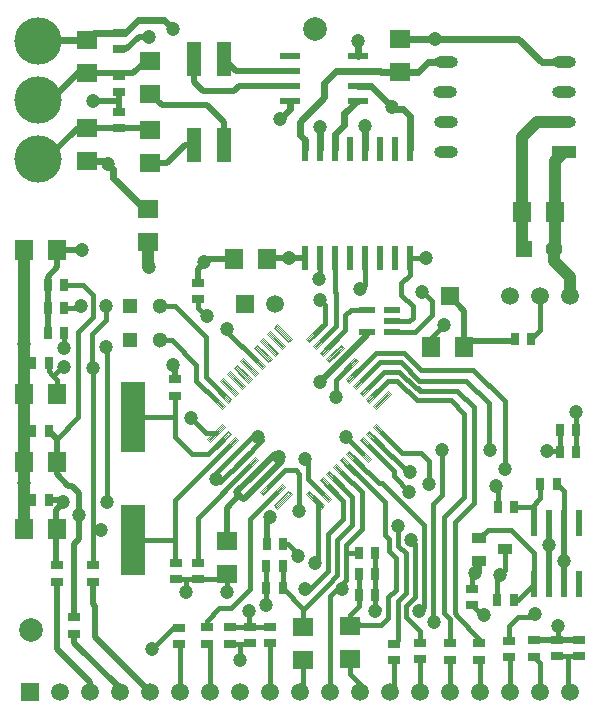
<source format=gtl>
%FSLAX43Y43*%
%MOMM*%
G71*
G01*
G75*
G04 Layer_Physical_Order=1*
%ADD10R,1.000X0.800*%
%ADD11R,0.800X1.000*%
%ADD12R,1.800X1.600*%
%ADD13R,2.000X6.000*%
%ADD14R,1.600X1.800*%
%ADD15R,1.300X0.850*%
%ADD16R,1.200X2.850*%
%ADD17O,2.000X1.000*%
%ADD18R,2.000X1.000*%
%ADD19C,0.125*%
%ADD20R,1.700X0.600*%
%ADD21R,1.700X0.600*%
%ADD22R,0.600X2.200*%
%ADD23R,0.600X2.200*%
%ADD24R,1.450X0.550*%
%ADD25R,1.450X0.550*%
%ADD26R,0.600X2.150*%
%ADD27R,0.600X2.150*%
%ADD28C,0.500*%
%ADD29C,0.400*%
%ADD30C,0.600*%
%ADD31C,1.000*%
%ADD32C,1.500*%
%ADD33C,2.000*%
%ADD34R,1.500X1.500*%
%ADD35R,1.300X1.300*%
%ADD36C,1.300*%
%ADD37C,4.000*%
%ADD38C,1.400*%
%ADD39R,1.400X1.400*%
%ADD40C,1.200*%
D10*
X42675Y11425D02*
D03*
Y10025D02*
D03*
X22425Y12625D02*
D03*
Y11225D02*
D03*
X39575Y15850D02*
D03*
Y14450D02*
D03*
X20750Y11225D02*
D03*
Y12625D02*
D03*
X7425Y17850D02*
D03*
Y16450D02*
D03*
X48625Y10125D02*
D03*
Y11525D02*
D03*
X16375Y41750D02*
D03*
Y40350D02*
D03*
X9650Y57875D02*
D03*
Y59275D02*
D03*
Y54825D02*
D03*
X9675Y61525D02*
D03*
Y62925D02*
D03*
X9650Y56225D02*
D03*
X4375Y17850D02*
D03*
Y16450D02*
D03*
X5875Y13425D02*
D03*
Y12025D02*
D03*
X14425Y32200D02*
D03*
Y33600D02*
D03*
X14475Y16650D02*
D03*
Y18050D02*
D03*
X16325Y16650D02*
D03*
Y18050D02*
D03*
X14775Y11125D02*
D03*
Y12525D02*
D03*
X17075Y12575D02*
D03*
Y11175D02*
D03*
X37650Y11225D02*
D03*
Y9825D02*
D03*
X40175D02*
D03*
Y11225D02*
D03*
X35125Y11275D02*
D03*
Y9875D02*
D03*
X19100Y12575D02*
D03*
Y11175D02*
D03*
X32925Y11175D02*
D03*
Y9775D02*
D03*
X44800Y10075D02*
D03*
Y11475D02*
D03*
X46750Y10125D02*
D03*
Y11525D02*
D03*
D11*
X22125Y17800D02*
D03*
X23525D02*
D03*
X41725Y22800D02*
D03*
X43125D02*
D03*
X43075Y14900D02*
D03*
X41675D02*
D03*
X46750Y24700D02*
D03*
X45350D02*
D03*
X44575Y37025D02*
D03*
X43175D02*
D03*
X3725Y23375D02*
D03*
X2325D02*
D03*
Y29225D02*
D03*
X3725D02*
D03*
X3700Y35000D02*
D03*
X2300D02*
D03*
X5025Y37525D02*
D03*
X3625D02*
D03*
X5025Y41550D02*
D03*
X3625D02*
D03*
X5025Y39575D02*
D03*
X3625D02*
D03*
X31350Y15350D02*
D03*
X29950D02*
D03*
Y18875D02*
D03*
X31350D02*
D03*
X22175Y19600D02*
D03*
X23575D02*
D03*
X22125Y15950D02*
D03*
X23525D02*
D03*
X48375Y27450D02*
D03*
X46975D02*
D03*
X47000Y29275D02*
D03*
X48400D02*
D03*
X29950Y17100D02*
D03*
X31350D02*
D03*
D12*
X18807Y19913D02*
D03*
X18807Y17113D02*
D03*
X33432Y62388D02*
D03*
X33432Y59588D02*
D03*
X12257Y51863D02*
D03*
X12257Y54663D02*
D03*
X12307Y60563D02*
D03*
X12307Y57763D02*
D03*
X12157Y47963D02*
D03*
X12157Y45163D02*
D03*
X6943Y54887D02*
D03*
X6943Y52087D02*
D03*
X6957Y59538D02*
D03*
X6957Y62338D02*
D03*
X25268Y12637D02*
D03*
X25268Y9837D02*
D03*
X29218Y12687D02*
D03*
X29218Y9887D02*
D03*
D13*
X10825Y30400D02*
D03*
Y20000D02*
D03*
D14*
X19412Y43757D02*
D03*
X22212Y43757D02*
D03*
X36112Y36332D02*
D03*
X38912Y36332D02*
D03*
X4438Y44543D02*
D03*
X1638Y44543D02*
D03*
X43762Y47732D02*
D03*
X46562Y47732D02*
D03*
X1630Y32309D02*
D03*
X4430D02*
D03*
X1605Y26614D02*
D03*
X4405Y26614D02*
D03*
X1605Y20944D02*
D03*
X4405D02*
D03*
D15*
X42348Y19173D02*
D03*
X40148Y18223D02*
D03*
X40148Y20123D02*
D03*
D16*
X16025Y53375D02*
D03*
X18525D02*
D03*
X18525Y60725D02*
D03*
X16025D02*
D03*
D17*
X37343Y52807D02*
D03*
X47343Y55357D02*
D03*
X47343Y57882D02*
D03*
X47343Y60432D02*
D03*
X37343Y60432D02*
D03*
X37293Y57882D02*
D03*
X37343Y55357D02*
D03*
D18*
X47343Y52807D02*
D03*
D19*
X30433Y26288D02*
X30168Y26023D01*
X28913Y27278D01*
X29178Y27544D01*
X30433Y26288D01*
X30286D02*
X30168Y26171D01*
X29060Y27278D01*
X29178Y27396D01*
X30286Y26288D01*
X30162Y26312D02*
X29184Y27255D01*
X24281Y36966D02*
X24016Y36701D01*
X22761Y37956D01*
X23026Y38221D01*
X24281Y36966D01*
X24134D02*
X24016Y36848D01*
X22908Y37956D01*
X23026Y38074D01*
X24134Y36966D01*
X24010Y36989D02*
X23032Y37932D01*
X23716Y36400D02*
X23450Y36135D01*
X22195Y37390D01*
X22460Y37655D01*
X23716Y36400D01*
X23568D02*
X23450Y36282D01*
X22343Y37390D01*
X22460Y37508D01*
X23568Y36400D01*
X23445Y36424D02*
X22466Y37366D01*
X23150Y35834D02*
X22885Y35569D01*
X21630Y36824D01*
X21895Y37089D01*
X23150Y35834D01*
X23003D02*
X22885Y35717D01*
X21777Y36824D01*
X21895Y36942D01*
X23003Y35834D01*
X22879Y35858D02*
X21901Y36801D01*
X22584Y35269D02*
X22319Y35004D01*
X21064Y36259D01*
X21329Y36524D01*
X22584Y35269D01*
X22437D02*
X22319Y35151D01*
X21211Y36259D01*
X21329Y36376D01*
X22437Y35269D01*
X22313Y35292D02*
X21335Y36235D01*
X22019Y34703D02*
X21753Y34438D01*
X20498Y35693D01*
X20763Y35958D01*
X22019Y34703D01*
X21871D02*
X21753Y34585D01*
X20646Y35693D01*
X20763Y35811D01*
X21871Y34703D01*
X21748Y34727D02*
X20769Y35669D01*
X21453Y34137D02*
X21188Y33872D01*
X19933Y35127D01*
X20198Y35392D01*
X21453Y34137D01*
X21306D02*
X21188Y34019D01*
X20080Y35127D01*
X20198Y35245D01*
X21306Y34137D01*
X21182Y34161D02*
X20203Y35104D01*
X20887Y33572D02*
X20622Y33306D01*
X19367Y34562D01*
X19632Y34827D01*
X20887Y33572D01*
X20740D02*
X20622Y33454D01*
X19514Y34562D01*
X19632Y34679D01*
X20740Y33572D01*
X20616Y33595D02*
X19638Y34538D01*
X20321Y33006D02*
X20056Y32741D01*
X18801Y33996D01*
X19066Y34261D01*
X20321Y33006D01*
X20174D02*
X20056Y32888D01*
X18949Y33996D01*
X19066Y34114D01*
X20174Y33006D01*
X20051Y33030D02*
X19072Y33972D01*
X19756Y32440D02*
X19491Y32175D01*
X18236Y33430D01*
X18501Y33695D01*
X19756Y32440D01*
X19608D02*
X19491Y32322D01*
X18383Y33430D01*
X18501Y33548D01*
X19608Y32440D01*
X19485Y32464D02*
X18506Y33407D01*
X19190Y31875D02*
X18925Y31609D01*
X17670Y32865D01*
X17935Y33130D01*
X19190Y31875D01*
X19043D02*
X18925Y31757D01*
X17817Y32865D01*
X17935Y32982D01*
X19043Y31875D01*
X18919Y31898D02*
X17941Y32841D01*
X18624Y31309D02*
X18359Y31044D01*
X17104Y32299D01*
X17369Y32564D01*
X18624Y31309D01*
X18477D02*
X18359Y31191D01*
X17251Y32299D01*
X17369Y32417D01*
X18477Y31309D01*
X18354Y31333D02*
X17375Y32275D01*
X31441Y31044D02*
X31176Y31309D01*
X32431Y32564D01*
X32696Y32299D01*
X31441Y31044D01*
Y31191D02*
X31323Y31309D01*
X32431Y32417D01*
X32549Y32299D01*
X31441Y31191D01*
X31464Y31315D02*
X32407Y32293D01*
X30875Y31609D02*
X30610Y31875D01*
X31865Y33130D01*
X32130Y32865D01*
X30875Y31609D01*
Y31757D02*
X30757Y31875D01*
X31865Y32982D01*
X31983Y32865D01*
X30875Y31757D01*
X30899Y31880D02*
X31841Y32859D01*
X30309Y32175D02*
X30044Y32440D01*
X31299Y33695D01*
X31565Y33430D01*
X30309Y32175D01*
Y32322D02*
X30192Y32440D01*
X31299Y33548D01*
X31417Y33430D01*
X30309Y32322D01*
X30333Y32446D02*
X31276Y33424D01*
X29744Y32741D02*
X29479Y33006D01*
X30734Y34261D01*
X30999Y33996D01*
X29744Y32741D01*
Y32888D02*
X29626Y33006D01*
X30734Y34114D01*
X30851Y33996D01*
X29744Y32888D01*
X29767Y33012D02*
X30710Y33990D01*
X29178Y33306D02*
X28913Y33572D01*
X30168Y34827D01*
X30433Y34562D01*
X29178Y33306D01*
Y33454D02*
X29060Y33572D01*
X30168Y34679D01*
X30286Y34562D01*
X29178Y33454D01*
X29202Y33577D02*
X30144Y34556D01*
X28612Y33872D02*
X28347Y34137D01*
X29602Y35392D01*
X29867Y35127D01*
X28612Y33872D01*
Y34019D02*
X28494Y34137D01*
X29602Y35245D01*
X29720Y35127D01*
X28612Y34019D01*
X28636Y34143D02*
X29579Y35122D01*
X28047Y34438D02*
X27781Y34703D01*
X29037Y35958D01*
X29302Y35693D01*
X28047Y34438D01*
Y34585D02*
X27929Y34703D01*
X29037Y35811D01*
X29154Y35693D01*
X28047Y34585D01*
X28070Y34709D02*
X29013Y35687D01*
X27481Y35004D02*
X27216Y35269D01*
X28471Y36524D01*
X28736Y36259D01*
X27481Y35004D01*
Y35151D02*
X27363Y35269D01*
X28471Y36376D01*
X28589Y36259D01*
X27481Y35151D01*
X27505Y35274D02*
X28447Y36253D01*
X26915Y35569D02*
X26650Y35834D01*
X27905Y37089D01*
X28170Y36824D01*
X26915Y35569D01*
Y35717D02*
X26797Y35834D01*
X27905Y36942D01*
X28023Y36824D01*
X26915Y35717D01*
X26939Y35840D02*
X27882Y36819D01*
X26350Y36135D02*
X26084Y36400D01*
X27340Y37655D01*
X27605Y37390D01*
X26350Y36135D01*
Y36282D02*
X26232Y36400D01*
X27340Y37508D01*
X27457Y37390D01*
X26350Y36282D01*
X26373Y36406D02*
X27316Y37384D01*
X25784Y36701D02*
X25519Y36966D01*
X26774Y38221D01*
X27039Y37956D01*
X25784Y36701D01*
Y36848D02*
X25666Y36966D01*
X26774Y38074D01*
X26892Y37956D01*
X25784Y36848D01*
X25808Y36971D02*
X26750Y37950D01*
X32696Y28551D02*
X32431Y28286D01*
X31176Y29541D01*
X31441Y29806D01*
X32696Y28551D01*
X32549D02*
X32431Y28433D01*
X31323Y29541D01*
X31441Y29659D01*
X32549Y28551D01*
X32425Y28575D02*
X31446Y29517D01*
X32130Y27985D02*
X31865Y27720D01*
X30610Y28975D01*
X30875Y29241D01*
X32130Y27985D01*
X31983D02*
X31865Y27868D01*
X30757Y28975D01*
X30875Y29093D01*
X31983Y27985D01*
X31859Y28009D02*
X30881Y28952D01*
X31564Y27420D02*
X31299Y27155D01*
X30044Y28410D01*
X30309Y28675D01*
X31564Y27420D01*
X31417D02*
X31299Y27302D01*
X30191Y28410D01*
X30309Y28528D01*
X31417Y27420D01*
X31294Y27444D02*
X30315Y28386D01*
X30999Y26854D02*
X30734Y26589D01*
X29479Y27844D01*
X29744Y28109D01*
X30999Y26854D01*
X30852D02*
X30734Y26736D01*
X29626Y27844D01*
X29744Y27962D01*
X30852Y26854D01*
X30728Y26878D02*
X29749Y27820D01*
X28736Y24591D02*
X28471Y24326D01*
X27216Y25581D01*
X27481Y25846D01*
X28736Y24591D01*
X28589D02*
X28471Y24473D01*
X27363Y25581D01*
X27481Y25699D01*
X28589Y24591D01*
X28465Y24615D02*
X27487Y25558D01*
X28170Y24026D02*
X27905Y23761D01*
X26650Y25016D01*
X26915Y25281D01*
X28170Y24026D01*
X28023D02*
X27905Y23908D01*
X26797Y25016D01*
X26915Y25134D01*
X28023Y24026D01*
X27899Y24049D02*
X26921Y24992D01*
X27605Y23460D02*
X27340Y23195D01*
X26084Y24450D01*
X26350Y24715D01*
X27605Y23460D01*
X27457D02*
X27340Y23342D01*
X26232Y24450D01*
X26350Y24568D01*
X27457Y23460D01*
X27334Y23484D02*
X26355Y24426D01*
X27039Y22894D02*
X26774Y22629D01*
X25519Y23884D01*
X25784Y24149D01*
X27039Y22894D01*
X26892D02*
X26774Y22776D01*
X25666Y23884D01*
X25784Y24002D01*
X26892Y22894D01*
X26768Y22918D02*
X25790Y23861D01*
X23026Y22629D02*
X22761Y22894D01*
X24016Y24149D01*
X24281Y23884D01*
X23026Y22629D01*
Y22776D02*
X22908Y22894D01*
X24016Y24002D01*
X24134Y23884D01*
X23026Y22776D01*
X23050Y22900D02*
X23992Y23879D01*
X22461Y23195D02*
X22195Y23460D01*
X23450Y24715D01*
X23716Y24450D01*
X22461Y23195D01*
Y23342D02*
X22343Y23460D01*
X23450Y24568D01*
X23568Y24450D01*
X22461Y23342D01*
X22484Y23466D02*
X23427Y24444D01*
X21895Y23761D02*
X21630Y24026D01*
X22885Y25281D01*
X23150Y25016D01*
X21895Y23761D01*
Y23908D02*
X21777Y24026D01*
X22885Y25133D01*
X23003Y25016D01*
X21895Y23908D01*
X21919Y24031D02*
X22861Y25010D01*
X21329Y24326D02*
X21064Y24591D01*
X22319Y25846D01*
X22584Y25581D01*
X21329Y24326D01*
Y24473D02*
X21211Y24591D01*
X22319Y25699D01*
X22437Y25581D01*
X21329Y24473D01*
X21353Y24597D02*
X22295Y25576D01*
X20763Y24892D02*
X20498Y25157D01*
X21753Y26412D01*
X22019Y26147D01*
X20763Y24892D01*
Y25039D02*
X20646Y25157D01*
X21753Y26265D01*
X21871Y26147D01*
X20763Y25039D01*
X20787Y25163D02*
X21730Y26141D01*
X20198Y25458D02*
X19933Y25723D01*
X21188Y26978D01*
X21453Y26713D01*
X20198Y25458D01*
Y25605D02*
X20080Y25723D01*
X21188Y26831D01*
X21306Y26713D01*
X20198Y25605D01*
X20221Y25728D02*
X21164Y26707D01*
X19632Y26023D02*
X19367Y26288D01*
X20622Y27544D01*
X20887Y27278D01*
X19632Y26023D01*
Y26171D02*
X19514Y26288D01*
X20622Y27396D01*
X20740Y27278D01*
X19632Y26171D01*
X19656Y26294D02*
X20598Y27273D01*
X19066Y26589D02*
X18801Y26854D01*
X20056Y28109D01*
X20322Y27844D01*
X19066Y26589D01*
Y26736D02*
X18949Y26854D01*
X20056Y27962D01*
X20174Y27844D01*
X19066Y26736D01*
X19090Y26860D02*
X20033Y27838D01*
X18501Y27155D02*
X18236Y27420D01*
X19491Y28675D01*
X19756Y28410D01*
X18501Y27155D01*
Y27302D02*
X18383Y27420D01*
X19491Y28528D01*
X19608Y28410D01*
X18501Y27302D01*
X18524Y27426D02*
X19467Y28404D01*
X17935Y27720D02*
X17670Y27985D01*
X18925Y29241D01*
X19190Y28975D01*
X17935Y27720D01*
Y27868D02*
X17817Y27985D01*
X18925Y29093D01*
X19043Y28975D01*
X17935Y27868D01*
X17959Y27991D02*
X18901Y28970D01*
X17369Y28286D02*
X17104Y28551D01*
X18359Y29806D01*
X18624Y29541D01*
X17369Y28286D01*
Y28433D02*
X17251Y28551D01*
X18359Y29659D01*
X18477Y29541D01*
X17369Y28433D01*
X17393Y28557D02*
X18336Y29535D01*
X29302Y25157D02*
X29037Y24892D01*
X27781Y26147D01*
X28047Y26412D01*
X29302Y25157D01*
X29154D02*
X29037Y25039D01*
X27929Y26147D01*
X28047Y26265D01*
X29154Y25157D01*
X29031Y25181D02*
X28052Y26123D01*
X29867Y25723D02*
X29602Y25458D01*
X28347Y26713D01*
X28612Y26978D01*
X29867Y25723D01*
X29720D02*
X29602Y25605D01*
X28494Y26713D01*
X28612Y26831D01*
X29720Y25723D01*
X29597Y25746D02*
X28618Y26689D01*
D20*
X24175Y60930D02*
D03*
Y59660D02*
D03*
Y58390D02*
D03*
X29875Y60930D02*
D03*
Y59660D02*
D03*
X24175Y57120D02*
D03*
D21*
X29875D02*
D03*
Y58390D02*
D03*
D22*
X44770Y16225D02*
D03*
X47310Y21425D02*
D03*
D23*
X48580Y21425D02*
D03*
X46040Y21425D02*
D03*
X44770Y21425D02*
D03*
X48580Y16225D02*
D03*
X47310Y16225D02*
D03*
X46040D02*
D03*
D24*
X32800Y37550D02*
D03*
X32800Y38500D02*
D03*
X30650Y39450D02*
D03*
Y37550D02*
D03*
D25*
X32800Y39450D02*
D03*
D26*
X25405Y43850D02*
D03*
X26675D02*
D03*
X27945D02*
D03*
X29215D02*
D03*
X30485D02*
D03*
X31755D02*
D03*
X33025D02*
D03*
X34295D02*
D03*
X25405Y53100D02*
D03*
X26675D02*
D03*
X30485D02*
D03*
X31755D02*
D03*
X33025D02*
D03*
X34295D02*
D03*
D27*
X27945Y53100D02*
D03*
X29215D02*
D03*
D28*
X4444Y44550D02*
X6525D01*
X3625Y37525D02*
Y42275D01*
X4438Y43088D02*
Y44543D01*
X4444Y44550D01*
X3625Y42275D02*
X4438Y43088D01*
X9650Y56225D02*
Y57875D01*
X11325Y62550D02*
X12225D01*
X9675Y61525D02*
X10300D01*
X7500Y57100D02*
X9650D01*
X10300Y61525D02*
X11325Y62550D01*
X12032Y54887D02*
X12257Y54663D01*
X2800Y52200D02*
X3475D01*
X6943Y54887D02*
X12032D01*
X6162D02*
X6943D01*
X3475Y52200D02*
X6162Y54887D01*
X11913Y60563D02*
X12307D01*
X10888Y59538D02*
X11913Y60563D01*
X15275Y53375D02*
X16025D01*
X12257Y51863D02*
X13763D01*
X15275Y53375D01*
X18525D02*
Y55350D01*
X12307Y57763D02*
X13294Y56775D01*
X17100D01*
X18525Y55350D01*
X19815Y58390D02*
X24175D01*
X16025Y58750D02*
Y60725D01*
Y58750D02*
X16800Y57975D01*
X19400D01*
X19815Y58390D01*
X19590Y59660D02*
X24175D01*
X18525Y60725D02*
X19590Y59660D01*
X7625Y11735D02*
X12260Y7100D01*
X7425Y14575D02*
Y16450D01*
Y14575D02*
X7625Y14375D01*
Y11735D02*
Y14375D01*
X9720Y7100D02*
Y7405D01*
X5875Y11250D02*
Y12025D01*
Y11250D02*
X9720Y7405D01*
X7180Y7100D02*
Y7920D01*
X4375Y10725D02*
Y16450D01*
Y10725D02*
X7180Y7920D01*
X22850Y27244D02*
X23406Y26687D01*
X21824Y25086D02*
X23425Y26687D01*
X23150Y26950D02*
X23225Y27025D01*
X21258Y25652D02*
X22850Y27244D01*
X23406Y26687D02*
X23425D01*
X26669Y33325D02*
X30650Y37306D01*
X26650Y33325D02*
X26669D01*
X30650Y37306D02*
Y37550D01*
X42950Y36800D02*
X43175Y37025D01*
X5875Y19625D02*
X6275Y20025D01*
X5650Y24575D02*
X6275Y23950D01*
X5350Y24575D02*
X5650D01*
X4405Y25520D02*
X5350Y24575D01*
X37692Y40591D02*
X38912Y39370D01*
Y36800D02*
X42950D01*
X38912Y36332D02*
Y39370D01*
X6588Y59538D02*
X10888D01*
X22212Y43762D02*
X22300Y43850D01*
X22212Y43757D02*
Y43762D01*
X22300Y43850D02*
X25405D01*
X46040Y16225D02*
Y21425D01*
X44800Y11475D02*
X44850Y11525D01*
X48625D01*
X5875Y13425D02*
Y19625D01*
X3725Y29225D02*
X4405Y28545D01*
X6275Y20025D02*
Y23950D01*
X4405Y25520D02*
Y28545D01*
X4950Y23225D02*
X5000D01*
X3725Y23375D02*
X4850D01*
X4325Y17950D02*
Y22550D01*
X5000Y23225D01*
X4850Y23375D02*
X5000Y23225D01*
X47310Y16225D02*
Y21425D01*
X16375Y41750D02*
Y42925D01*
X17207Y43757D02*
X19412D01*
X16375Y42925D02*
X17207Y43757D01*
X14425Y33600D02*
Y34600D01*
X14200Y34825D02*
X14425Y34600D01*
X19600Y23994D02*
X21258Y25652D01*
X19600Y23994D02*
X19606D01*
X20125Y23475D01*
X20213D01*
X21824Y25086D01*
X18807Y22716D02*
X19845Y23755D01*
X18807Y19913D02*
Y22716D01*
X22175Y19600D02*
Y21625D01*
X22225Y21675D01*
D29*
X14425Y18100D02*
Y23344D01*
X14400Y20000D02*
X14425Y20025D01*
X10825Y20000D02*
X14400D01*
X14425Y18100D02*
X14475Y18050D01*
X14400Y28700D02*
Y30400D01*
X17175Y27225D02*
X18430Y28480D01*
X14400Y30400D02*
X14450Y30450D01*
X10825Y30400D02*
X14400D01*
X15875Y27225D02*
X17175D01*
X14400Y28700D02*
X15875Y27225D01*
X14425Y32200D02*
X14450Y32175D01*
Y30450D02*
Y32175D01*
X32925Y25350D02*
Y25794D01*
X5025Y36550D02*
X5025Y36550D01*
X7425Y17850D02*
X7450Y17875D01*
X6625Y41550D02*
X7500Y40675D01*
Y38850D02*
Y40675D01*
X4051Y33899D02*
X4430Y33520D01*
X3700Y34250D02*
X4051Y33899D01*
X4803Y34650D01*
X4405Y28545D02*
X6225Y30366D01*
X7350Y37375D02*
X8575Y38600D01*
X7350Y34600D02*
Y37375D01*
X6871Y38221D02*
X7500Y38850D01*
X6225Y37575D02*
X6871Y38221D01*
X6225Y30366D02*
Y37575D01*
X14800Y7100D02*
Y11100D01*
X14775Y11125D02*
X14800Y11100D01*
X30804Y32935D02*
X32094Y34225D01*
X40175Y11225D02*
Y11625D01*
X37150Y13800D02*
X37650Y13300D01*
X31370Y32370D02*
X32451Y33450D01*
X37650Y11225D02*
Y13300D01*
Y7110D02*
Y9825D01*
Y7110D02*
X37660Y7100D01*
X40200D02*
Y9800D01*
X40175Y9825D02*
X40200Y9800D01*
X35120Y7100D02*
Y9870D01*
X35125Y9875D01*
X37050Y23775D02*
Y27550D01*
X36275Y23000D02*
X37050Y23775D01*
X35250Y27350D02*
X35925Y26675D01*
X33632Y27350D02*
X35250D01*
X31431Y35825D02*
X33825D01*
X35250Y34400D01*
X32451Y33450D02*
X33225D01*
X34875Y31800D01*
X31763Y35025D02*
X33525D01*
X35075Y33475D01*
X32094Y34225D02*
X33400D01*
X34979Y32821D02*
X35175Y32625D01*
X33400Y34225D02*
X34804Y32821D01*
X34979D01*
X32580Y7100D02*
X32925Y7445D01*
Y9775D01*
X24960Y7100D02*
X25268Y7408D01*
Y9837D01*
X23744Y25875D02*
X24650D01*
X13108Y36888D02*
X14162D01*
X16225Y33443D02*
X17864Y31804D01*
X14162Y36888D02*
X16225Y34825D01*
Y33443D02*
Y34825D01*
X14412Y39763D02*
X17025Y37150D01*
Y33775D02*
Y37150D01*
X13108Y39763D02*
X14412D01*
X17025Y33775D02*
X18430Y32370D01*
X28025Y38075D02*
Y40925D01*
X27945Y41005D02*
X28025Y40925D01*
X26845Y36895D02*
X28025Y38075D01*
X27945Y41005D02*
Y43850D01*
X26279Y37461D02*
X27100Y38282D01*
Y39850D01*
X26775Y40150D02*
X27075Y39850D01*
X27100D01*
X30100Y41200D02*
X30485Y41585D01*
Y43850D01*
X28825Y37744D02*
Y39000D01*
X29275Y39450D01*
X27410Y36329D02*
X28825Y37744D01*
X29275Y39450D02*
X30650D01*
X34700Y37550D02*
X36175Y39025D01*
Y40175D01*
X35400Y40950D02*
X36175Y40175D01*
X32800Y37550D02*
X34700D01*
X35325Y40950D02*
X35400D01*
X34525Y38775D02*
Y39750D01*
X33575Y40700D02*
X34525Y39750D01*
X33575Y40700D02*
Y41725D01*
X34295Y42445D01*
X34250Y38500D02*
X34525Y38775D01*
X35575Y43850D02*
X35600Y43825D01*
X32800Y38500D02*
X34250D01*
X34295Y42445D02*
Y43850D01*
X35575D01*
X35600Y43825D02*
X35625D01*
X36112Y36332D02*
Y37112D01*
X37150Y38150D01*
X26600Y42075D02*
X26675Y42150D01*
Y43850D01*
X18850Y37606D02*
X21258Y35198D01*
X18850Y37606D02*
Y37850D01*
X44575Y37025D02*
X45312Y37762D01*
Y40591D01*
X15775Y30300D02*
X17029Y29046D01*
X16375Y39650D02*
Y40350D01*
Y39650D02*
X17100Y38925D01*
X17029Y29046D02*
X17864D01*
X35250Y34400D02*
X39675D01*
X42350Y31725D01*
X35075Y33475D02*
X39075D01*
X40975Y31575D01*
Y27675D02*
Y31575D01*
X35175Y32625D02*
X38275D01*
X39700Y23075D02*
Y31200D01*
X38275Y32625D02*
X39700Y31200D01*
X34875Y31800D02*
X37775D01*
X38900Y23650D02*
Y30675D01*
X37775Y31800D02*
X38900Y30675D01*
X26279Y23389D02*
X26650Y23018D01*
X39575Y15850D02*
Y16900D01*
X39850Y17175D01*
X39850Y17175D01*
X40148Y17473D01*
X39850Y17175D02*
Y17175D01*
X39825Y17200D02*
X39850Y17175D01*
X40148Y17473D02*
Y18223D01*
X41725Y22800D02*
Y24450D01*
X41625Y24550D02*
X41725Y24450D01*
X46750Y11525D02*
X46850Y11625D01*
X40874Y20850D02*
X42825D01*
X44770Y18905D01*
X43445Y14900D02*
X44770Y16225D01*
X40148Y20123D02*
X40874Y20850D01*
X43075Y14900D02*
X43445D01*
X44770Y16225D02*
Y18905D01*
X17340Y7100D02*
Y10910D01*
X17075Y11175D02*
X17340Y10910D01*
X22125Y14450D02*
Y17800D01*
X16325Y18050D02*
Y21850D01*
X20693Y26218D01*
X20700Y11175D02*
X20750Y11225D01*
X19925Y9800D02*
Y11175D01*
X19100D02*
X20700D01*
X22375Y12575D02*
X22425Y12625D01*
X23525Y15875D02*
Y17800D01*
Y15875D02*
X25268Y14132D01*
X20650Y12725D02*
X20750Y12625D01*
X20650Y12725D02*
Y14000D01*
X25375Y15825D02*
X25875D01*
X19100Y12575D02*
X22375D01*
X17075D02*
Y13150D01*
X19150Y14200D02*
X20750Y15800D01*
Y21749D02*
X22955Y23955D01*
X20750Y15800D02*
Y21749D01*
X17075Y13150D02*
X18125Y14200D01*
X19150D01*
X15350Y15550D02*
X15375Y15575D01*
Y16650D01*
X14475D02*
X18344D01*
X18807Y17113D01*
X18800Y15550D02*
X18807Y15557D01*
Y17113D01*
X21738Y28400D02*
X21750D01*
X18219Y24875D02*
X20127Y26783D01*
X17687Y25475D02*
X19561Y27349D01*
X20127Y26783D02*
X20133D01*
X21550Y28588D02*
X21562D01*
X20133Y26783D02*
X21750Y28400D01*
X21440Y28698D02*
X21738Y28400D01*
X21440Y28698D02*
Y28710D01*
X21200Y28950D02*
X21440Y28710D01*
X21162Y28950D02*
X21200D01*
X19561Y27349D02*
X21162Y28950D01*
X18125Y24875D02*
X18219D01*
X14425Y23344D02*
X18996Y27915D01*
X17687Y25313D02*
X18125Y24875D01*
X17687Y25313D02*
Y25475D01*
X24650Y25875D02*
X24925Y25600D01*
X25700Y25100D02*
X26845Y23955D01*
X25700Y25100D02*
Y26525D01*
X25375Y26850D02*
X25700Y26525D01*
X28000Y33525D02*
X29107Y34632D01*
X28000Y32050D02*
Y33525D01*
X26100Y17925D02*
X26125D01*
X26525Y18325D01*
X26279Y23389D02*
X26525Y23143D01*
X23950Y19600D02*
X24950Y18600D01*
X23575Y19600D02*
X23950D01*
X4430Y32309D02*
Y33520D01*
X3700Y34250D02*
Y35000D01*
X7450Y20825D02*
X8100D01*
X4803Y34650D02*
X5000D01*
X5025Y39575D02*
X6250D01*
X6425Y39750D01*
X7350Y34600D02*
X7450Y34500D01*
X8100Y20825D02*
X8125Y20800D01*
X31936Y29046D02*
X33632Y27350D01*
X8575Y38600D02*
Y39750D01*
X35925Y24700D02*
Y26675D01*
X7450Y17875D02*
Y34500D01*
X5025Y41550D02*
X6625D01*
X30804Y27915D02*
X32925Y25794D01*
Y25350D02*
X34225Y24050D01*
X5025Y36250D02*
Y36550D01*
X5025Y36550D02*
Y37525D01*
X8550Y36300D02*
X8625Y36225D01*
Y23225D02*
Y36225D01*
X34100Y25750D02*
X34300D01*
X31370Y28480D02*
X34100Y25750D01*
X12425Y10750D02*
X14200Y12525D01*
X14775D01*
X22390Y24521D02*
X23744Y25875D01*
X24925Y22400D02*
Y25600D01*
X36275Y13100D02*
X36350Y13025D01*
X37025Y27575D02*
X37050Y27550D01*
X25268Y14068D02*
X26772Y15572D01*
X27325Y16125D01*
Y16125D02*
Y16200D01*
X25268Y12637D02*
Y14132D01*
X26525Y18325D02*
Y23143D01*
X27976Y25086D02*
X29425Y23637D01*
X27410Y24521D02*
X28650Y23281D01*
X27325Y16200D02*
X28150Y17025D01*
Y19950D01*
X25875Y15825D02*
X27375Y17325D01*
Y20475D01*
X28650Y21750D01*
Y23281D01*
X28150Y19950D02*
X29425Y21225D01*
Y23637D01*
X28850Y19525D02*
X30200Y20875D01*
X27500Y7100D02*
Y15200D01*
X28300Y16000D02*
X28500Y15800D01*
X28525D01*
X28850Y18750D02*
X28975Y18875D01*
X29950D01*
X28542Y25652D02*
X30200Y23994D01*
X27500Y15200D02*
X28850Y16550D01*
Y19525D01*
X30200Y20875D02*
Y23994D01*
X31350Y14475D02*
X31675Y14150D01*
X31350Y14475D02*
Y18875D01*
X38125Y13750D02*
Y21500D01*
X39700Y23075D01*
X37150Y13800D02*
Y21900D01*
X38900Y23650D01*
X36275Y13100D02*
Y23000D01*
X31944Y24781D02*
X35475Y21250D01*
X35125Y13925D02*
X35475Y14275D01*
X35100Y13925D02*
X35125D01*
X29673Y26783D02*
X31675Y24781D01*
X31944D01*
X46850Y11625D02*
Y12725D01*
X35475Y14275D02*
Y21250D01*
X34700Y15125D02*
Y19650D01*
X33975Y13425D02*
X35125Y12275D01*
X34375Y19975D02*
X34700Y19650D01*
X29673Y34067D02*
X31431Y35825D01*
X35125Y11275D02*
Y12275D01*
X42350Y26025D02*
Y31725D01*
X33975Y13425D02*
Y14400D01*
X34700Y15125D01*
X33925Y15475D02*
Y18850D01*
X33250Y14800D02*
X33925Y15475D01*
X33250Y11500D02*
Y14800D01*
X32925Y11175D02*
X33250Y11500D01*
X30239Y33501D02*
X31763Y35025D01*
X40975Y27675D02*
X41050Y27600D01*
X33275Y19500D02*
X33925Y18850D01*
X33275Y19500D02*
Y20900D01*
X32150Y20375D02*
Y23175D01*
Y20375D02*
X32500Y20025D01*
Y19075D02*
Y20025D01*
Y19075D02*
X33100Y18475D01*
Y15750D02*
Y18475D01*
X32475Y15125D02*
X33100Y15750D01*
X32475Y13350D02*
Y15125D01*
X31871Y12746D02*
X32475Y13350D01*
X29743Y12662D02*
X29827Y12746D01*
Y12746D02*
X29950Y12869D01*
X29827Y12746D02*
X31871D01*
X29107Y26218D02*
X32150Y23175D01*
X29218Y8607D02*
X30040Y7785D01*
X29218Y8607D02*
Y9887D01*
X30040Y7100D02*
Y7785D01*
X29218Y12687D02*
Y13643D01*
X29950Y14375D01*
Y17100D01*
X43125Y22800D02*
X44600D01*
X44770Y21425D02*
Y22970D01*
X45350Y23550D02*
Y24700D01*
X44600Y22800D02*
X45350Y23550D01*
X46750Y24700D02*
X47310Y24140D01*
Y21425D02*
Y24140D01*
X48375Y29250D02*
X48400Y29275D01*
X48375Y27450D02*
Y29250D01*
X48400Y29275D02*
Y30825D01*
X46975Y27450D02*
X47000Y27475D01*
X46950Y27475D02*
X46975Y27450D01*
X47000Y27475D02*
Y29275D01*
X38125Y13750D02*
X38304Y13571D01*
Y13496D02*
X40175Y11625D01*
X38304Y13496D02*
Y13571D01*
X41675Y14900D02*
Y16775D01*
X42348Y17448D02*
Y19173D01*
X41675Y16775D02*
X42348Y17448D01*
X42675Y12650D02*
X43450Y13425D01*
X44625D01*
X42675Y11425D02*
Y12650D01*
X28875Y28713D02*
X30239Y27349D01*
X44625Y13425D02*
X44925Y13725D01*
X45875Y27475D02*
X46950D01*
X22420Y7100D02*
Y11220D01*
X22425Y11225D01*
X42740Y7100D02*
Y9960D01*
X42675Y10025D02*
X42740Y9960D01*
X45280Y7100D02*
Y9595D01*
X44800Y10075D02*
X45280Y9595D01*
X47700Y7220D02*
X47820Y7100D01*
X47700Y7220D02*
Y10125D01*
X46750D02*
X48625D01*
X39575Y14450D02*
X40625Y13400D01*
X40675D01*
D30*
X27050Y58675D02*
X28035Y59660D01*
X34988Y59588D02*
X35832Y60432D01*
X31753Y59660D02*
X31825Y59588D01*
X29875Y60930D02*
X29925Y60980D01*
Y62225D01*
X30485Y53100D02*
Y55015D01*
X30475Y55025D02*
X30485Y55015D01*
X29795Y57120D02*
X29875D01*
X23275Y55600D02*
X24175Y56500D01*
Y57120D01*
X43487Y62388D02*
X45443Y60432D01*
X47343D01*
X33432Y62388D02*
X43487D01*
X32925Y56450D02*
X33675D01*
X34295Y55830D01*
X29875Y58390D02*
X30985D01*
X34295Y53100D02*
Y55830D01*
X30985Y58390D02*
X32925Y56450D01*
X26675Y53100D02*
Y54975D01*
X24975Y54275D02*
Y55375D01*
X25405Y53100D02*
Y53845D01*
X24975Y54275D02*
X25405Y53845D01*
X24975Y55375D02*
X27050Y57450D01*
X35832Y60432D02*
X37343D01*
X27050Y57450D02*
Y58675D01*
X31825Y59588D02*
X34988D01*
X28035Y59660D02*
X31753D01*
X29050Y56375D02*
X29795Y57120D01*
X28725Y56100D02*
X29025Y56400D01*
X27945Y53100D02*
Y54370D01*
X28725Y55150D01*
Y56100D01*
X9175Y50650D02*
X11862Y47963D01*
X9175Y50650D02*
Y51350D01*
X11862Y47963D02*
X12157D01*
X6943Y52087D02*
X8438D01*
X9175Y51350D01*
X6957Y62338D02*
X7544Y62925D01*
X2800Y62200D02*
X2938Y62338D01*
X6957D01*
X7544Y62925D02*
X9675D01*
X3800Y57200D02*
X6138Y59538D01*
X2800Y57200D02*
X3800D01*
X6138Y59538D02*
X6957D01*
X9675Y62925D02*
X10200D01*
X11250Y63975D01*
X13500D01*
X14225Y63250D01*
D31*
X46562Y44668D02*
Y47732D01*
X46486Y44592D02*
X46562Y44668D01*
X46486Y43564D02*
X47852Y42198D01*
X46486Y43564D02*
Y44592D01*
X46562Y47732D02*
Y52027D01*
X47852Y40591D02*
Y42198D01*
X46562Y52027D02*
X47343Y52807D01*
X43762Y44816D02*
X43986Y44592D01*
X43762Y54062D02*
X45057Y55357D01*
X47343D01*
X43762Y44816D02*
Y54062D01*
X1605Y20944D02*
X1638Y20977D01*
Y44543D01*
X12157Y43118D02*
X12175Y43100D01*
X12157Y43118D02*
Y45163D01*
D32*
X42740Y7100D02*
D03*
X32580D02*
D03*
X45280D02*
D03*
X22910Y39937D02*
D03*
X42772Y40591D02*
D03*
X45312D02*
D03*
X47852D02*
D03*
X35120Y7100D02*
D03*
X4640D02*
D03*
X7180D02*
D03*
X9720D02*
D03*
X12260D02*
D03*
X14800D02*
D03*
X17340D02*
D03*
X19880D02*
D03*
X22420D02*
D03*
X24960D02*
D03*
X27500D02*
D03*
X30040D02*
D03*
X37660D02*
D03*
X40200D02*
D03*
X47820D02*
D03*
D33*
X26300Y63250D02*
D03*
X2200Y12375D02*
D03*
D34*
X20370Y39937D02*
D03*
X37692Y40591D02*
D03*
X2100Y7100D02*
D03*
D35*
X10608Y36888D02*
D03*
Y39763D02*
D03*
D36*
X13108Y36888D02*
D03*
Y39763D02*
D03*
D37*
X2800Y62200D02*
D03*
Y57200D02*
D03*
Y52200D02*
D03*
D38*
X46486Y44592D02*
D03*
D39*
X43986D02*
D03*
D40*
X23275Y55600D02*
D03*
X26725Y40325D02*
D03*
X22425Y21900D02*
D03*
X14225Y63250D02*
D03*
X14200Y34825D02*
D03*
X16875Y43475D02*
D03*
X12175Y43100D02*
D03*
X1638Y24825D02*
D03*
Y36525D02*
D03*
X40575Y13600D02*
D03*
X44925Y13725D02*
D03*
X41884Y16984D02*
D03*
X45875Y27475D02*
D03*
X28875Y28713D02*
D03*
X48400Y30825D02*
D03*
X34375Y19975D02*
D03*
X35100Y13925D02*
D03*
X31325Y13975D02*
D03*
X24825Y18625D02*
D03*
X28525Y15800D02*
D03*
X28000Y32050D02*
D03*
X25375Y26850D02*
D03*
X17879Y25121D02*
D03*
X21440Y28698D02*
D03*
X18800Y15550D02*
D03*
X20650Y14000D02*
D03*
X25375Y15825D02*
D03*
X19925Y9800D02*
D03*
X15350Y15550D02*
D03*
X22125Y14450D02*
D03*
X46850Y12725D02*
D03*
X47310Y18200D02*
D03*
X46040Y19550D02*
D03*
X39825Y17200D02*
D03*
X41625Y24550D02*
D03*
X26225Y18025D02*
D03*
X17100Y38925D02*
D03*
X18850Y37850D02*
D03*
X24025Y43850D02*
D03*
X26600Y42075D02*
D03*
X37150Y38150D02*
D03*
X35625Y43825D02*
D03*
X15775Y30300D02*
D03*
X35325Y40950D02*
D03*
X30100Y41200D02*
D03*
X8705Y51820D02*
D03*
X26675Y54975D02*
D03*
X32758Y56617D02*
D03*
X36450Y62388D02*
D03*
X29925Y62225D02*
D03*
X30475Y55025D02*
D03*
X24925Y22400D02*
D03*
X33325Y21175D02*
D03*
X41050Y27600D02*
D03*
X42350Y26025D02*
D03*
X37025Y27575D02*
D03*
X36350Y13025D02*
D03*
X12425Y10750D02*
D03*
X35925Y24700D02*
D03*
X8125Y20800D02*
D03*
X7450Y34500D02*
D03*
X5000Y34650D02*
D03*
X6425Y39750D02*
D03*
X8575D02*
D03*
X8550Y36300D02*
D03*
X5025Y36250D02*
D03*
X34225Y24050D02*
D03*
X6275Y22125D02*
D03*
X8625Y23225D02*
D03*
X26650Y33325D02*
D03*
X23225Y27025D02*
D03*
X4950Y23225D02*
D03*
X34300Y25750D02*
D03*
X7500Y57100D02*
D03*
X12225Y62550D02*
D03*
X6500Y44550D02*
D03*
M02*

</source>
